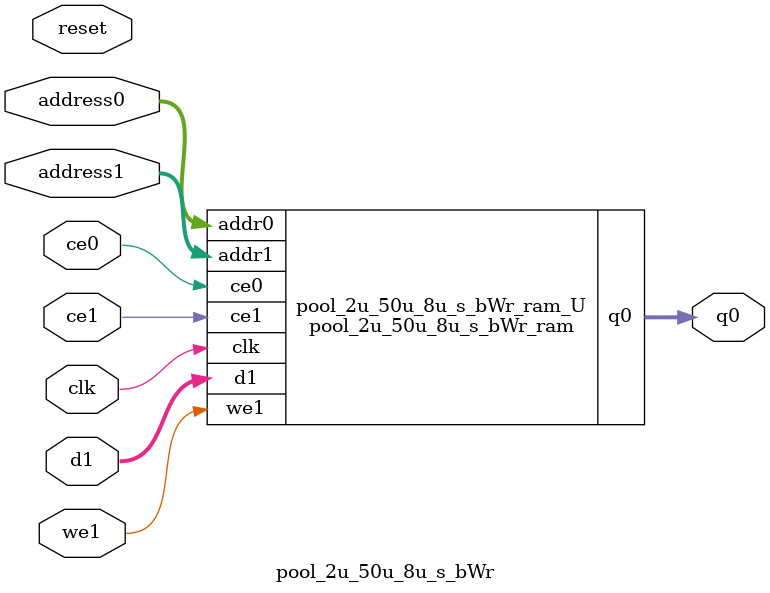
<source format=v>
`timescale 1 ns / 1 ps
module pool_2u_50u_8u_s_bWr_ram (addr0, ce0, q0, addr1, ce1, d1, we1,  clk);

parameter DWIDTH = 32;
parameter AWIDTH = 6;
parameter MEM_SIZE = 50;

input[AWIDTH-1:0] addr0;
input ce0;
output reg[DWIDTH-1:0] q0;
input[AWIDTH-1:0] addr1;
input ce1;
input[DWIDTH-1:0] d1;
input we1;
input clk;

(* ram_style = "distributed" *)reg [DWIDTH-1:0] ram[0:MEM_SIZE-1];




always @(posedge clk)  
begin 
    if (ce0) 
    begin
        q0 <= ram[addr0];
    end
end


always @(posedge clk)  
begin 
    if (ce1) 
    begin
        if (we1) 
        begin 
            ram[addr1] <= d1; 
        end 
    end
end


endmodule

`timescale 1 ns / 1 ps
module pool_2u_50u_8u_s_bWr(
    reset,
    clk,
    address0,
    ce0,
    q0,
    address1,
    ce1,
    we1,
    d1);

parameter DataWidth = 32'd32;
parameter AddressRange = 32'd50;
parameter AddressWidth = 32'd6;
input reset;
input clk;
input[AddressWidth - 1:0] address0;
input ce0;
output[DataWidth - 1:0] q0;
input[AddressWidth - 1:0] address1;
input ce1;
input we1;
input[DataWidth - 1:0] d1;



pool_2u_50u_8u_s_bWr_ram pool_2u_50u_8u_s_bWr_ram_U(
    .clk( clk ),
    .addr0( address0 ),
    .ce0( ce0 ),
    .q0( q0 ),
    .addr1( address1 ),
    .ce1( ce1 ),
    .we1( we1 ),
    .d1( d1 ));

endmodule


</source>
